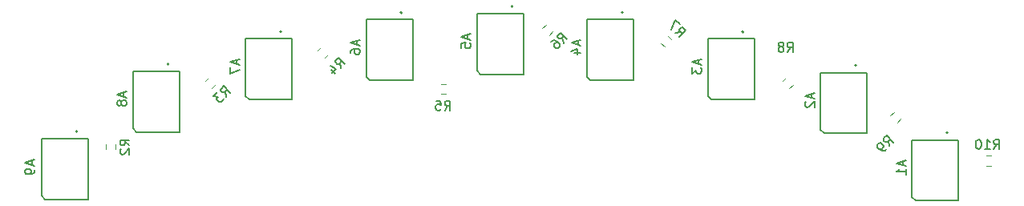
<source format=gbr>
%TF.GenerationSoftware,KiCad,Pcbnew,9.0.2*%
%TF.CreationDate,2025-06-19T21:36:48+05:30*%
%TF.ProjectId,line_follower,6c696e65-5f66-46f6-9c6c-6f7765722e6b,rev?*%
%TF.SameCoordinates,Original*%
%TF.FileFunction,Legend,Bot*%
%TF.FilePolarity,Positive*%
%FSLAX46Y46*%
G04 Gerber Fmt 4.6, Leading zero omitted, Abs format (unit mm)*
G04 Created by KiCad (PCBNEW 9.0.2) date 2025-06-19 21:36:48*
%MOMM*%
%LPD*%
G01*
G04 APERTURE LIST*
%ADD10C,0.150000*%
%ADD11C,0.120000*%
%ADD12C,0.127000*%
%ADD13C,0.200000*%
G04 APERTURE END LIST*
D10*
X188044057Y-85265419D02*
X188377390Y-84789228D01*
X188615485Y-85265419D02*
X188615485Y-84265419D01*
X188615485Y-84265419D02*
X188234533Y-84265419D01*
X188234533Y-84265419D02*
X188139295Y-84313038D01*
X188139295Y-84313038D02*
X188091676Y-84360657D01*
X188091676Y-84360657D02*
X188044057Y-84455895D01*
X188044057Y-84455895D02*
X188044057Y-84598752D01*
X188044057Y-84598752D02*
X188091676Y-84693990D01*
X188091676Y-84693990D02*
X188139295Y-84741609D01*
X188139295Y-84741609D02*
X188234533Y-84789228D01*
X188234533Y-84789228D02*
X188615485Y-84789228D01*
X187091676Y-85265419D02*
X187663104Y-85265419D01*
X187377390Y-85265419D02*
X187377390Y-84265419D01*
X187377390Y-84265419D02*
X187472628Y-84408276D01*
X187472628Y-84408276D02*
X187567866Y-84503514D01*
X187567866Y-84503514D02*
X187663104Y-84551133D01*
X186472628Y-84265419D02*
X186377390Y-84265419D01*
X186377390Y-84265419D02*
X186282152Y-84313038D01*
X186282152Y-84313038D02*
X186234533Y-84360657D01*
X186234533Y-84360657D02*
X186186914Y-84455895D01*
X186186914Y-84455895D02*
X186139295Y-84646371D01*
X186139295Y-84646371D02*
X186139295Y-84884466D01*
X186139295Y-84884466D02*
X186186914Y-85074942D01*
X186186914Y-85074942D02*
X186234533Y-85170180D01*
X186234533Y-85170180D02*
X186282152Y-85217800D01*
X186282152Y-85217800D02*
X186377390Y-85265419D01*
X186377390Y-85265419D02*
X186472628Y-85265419D01*
X186472628Y-85265419D02*
X186567866Y-85217800D01*
X186567866Y-85217800D02*
X186615485Y-85170180D01*
X186615485Y-85170180D02*
X186663104Y-85074942D01*
X186663104Y-85074942D02*
X186710723Y-84884466D01*
X186710723Y-84884466D02*
X186710723Y-84646371D01*
X186710723Y-84646371D02*
X186663104Y-84455895D01*
X186663104Y-84455895D02*
X186615485Y-84360657D01*
X186615485Y-84360657D02*
X186567866Y-84313038D01*
X186567866Y-84313038D02*
X186472628Y-84265419D01*
X177020256Y-84963554D02*
X176919241Y-84391135D01*
X177424317Y-84559493D02*
X176717210Y-83852387D01*
X176717210Y-83852387D02*
X176447836Y-84121761D01*
X176447836Y-84121761D02*
X176414164Y-84222776D01*
X176414164Y-84222776D02*
X176414164Y-84290119D01*
X176414164Y-84290119D02*
X176447836Y-84391135D01*
X176447836Y-84391135D02*
X176548851Y-84492150D01*
X176548851Y-84492150D02*
X176649867Y-84525822D01*
X176649867Y-84525822D02*
X176717210Y-84525822D01*
X176717210Y-84525822D02*
X176818225Y-84492150D01*
X176818225Y-84492150D02*
X177087599Y-84222776D01*
X176683538Y-85300272D02*
X176548851Y-85434959D01*
X176548851Y-85434959D02*
X176447836Y-85468631D01*
X176447836Y-85468631D02*
X176380493Y-85468631D01*
X176380493Y-85468631D02*
X176212134Y-85434959D01*
X176212134Y-85434959D02*
X176043775Y-85333944D01*
X176043775Y-85333944D02*
X175774401Y-85064570D01*
X175774401Y-85064570D02*
X175740729Y-84963554D01*
X175740729Y-84963554D02*
X175740729Y-84896211D01*
X175740729Y-84896211D02*
X175774401Y-84795196D01*
X175774401Y-84795196D02*
X175909088Y-84660509D01*
X175909088Y-84660509D02*
X176010103Y-84626837D01*
X176010103Y-84626837D02*
X176077447Y-84626837D01*
X176077447Y-84626837D02*
X176178462Y-84660509D01*
X176178462Y-84660509D02*
X176346821Y-84828867D01*
X176346821Y-84828867D02*
X176380493Y-84929883D01*
X176380493Y-84929883D02*
X176380493Y-84997226D01*
X176380493Y-84997226D02*
X176346821Y-85098241D01*
X176346821Y-85098241D02*
X176212134Y-85232928D01*
X176212134Y-85232928D02*
X176111119Y-85266600D01*
X176111119Y-85266600D02*
X176043775Y-85266600D01*
X176043775Y-85266600D02*
X175942760Y-85232928D01*
X120829162Y-73816313D02*
X120829162Y-74293588D01*
X121115527Y-73720858D02*
X120113251Y-74054950D01*
X120113251Y-74054950D02*
X121115527Y-74389042D01*
X120113251Y-75152682D02*
X120113251Y-74961772D01*
X120113251Y-74961772D02*
X120160978Y-74866317D01*
X120160978Y-74866317D02*
X120208706Y-74818590D01*
X120208706Y-74818590D02*
X120351888Y-74723135D01*
X120351888Y-74723135D02*
X120542798Y-74675407D01*
X120542798Y-74675407D02*
X120924617Y-74675407D01*
X120924617Y-74675407D02*
X121020072Y-74723135D01*
X121020072Y-74723135D02*
X121067800Y-74770862D01*
X121067800Y-74770862D02*
X121115527Y-74866317D01*
X121115527Y-74866317D02*
X121115527Y-75057227D01*
X121115527Y-75057227D02*
X121067800Y-75152682D01*
X121067800Y-75152682D02*
X121020072Y-75200409D01*
X121020072Y-75200409D02*
X120924617Y-75248136D01*
X120924617Y-75248136D02*
X120685980Y-75248136D01*
X120685980Y-75248136D02*
X120590525Y-75200409D01*
X120590525Y-75200409D02*
X120542798Y-75152682D01*
X120542798Y-75152682D02*
X120495070Y-75057227D01*
X120495070Y-75057227D02*
X120495070Y-74866317D01*
X120495070Y-74866317D02*
X120542798Y-74770862D01*
X120542798Y-74770862D02*
X120590525Y-74723135D01*
X120590525Y-74723135D02*
X120685980Y-74675407D01*
X108109162Y-75848313D02*
X108109162Y-76325588D01*
X108395527Y-75752858D02*
X107393251Y-76086950D01*
X107393251Y-76086950D02*
X108395527Y-76421042D01*
X107393251Y-76659680D02*
X107393251Y-77327864D01*
X107393251Y-77327864D02*
X108395527Y-76898317D01*
X142603256Y-74066954D02*
X142502241Y-73494535D01*
X143007317Y-73662893D02*
X142300210Y-72955787D01*
X142300210Y-72955787D02*
X142030836Y-73225161D01*
X142030836Y-73225161D02*
X141997164Y-73326176D01*
X141997164Y-73326176D02*
X141997164Y-73393519D01*
X141997164Y-73393519D02*
X142030836Y-73494535D01*
X142030836Y-73494535D02*
X142131851Y-73595550D01*
X142131851Y-73595550D02*
X142232867Y-73629222D01*
X142232867Y-73629222D02*
X142300210Y-73629222D01*
X142300210Y-73629222D02*
X142401225Y-73595550D01*
X142401225Y-73595550D02*
X142670599Y-73326176D01*
X141290058Y-73965939D02*
X141424745Y-73831252D01*
X141424745Y-73831252D02*
X141525760Y-73797580D01*
X141525760Y-73797580D02*
X141593103Y-73797580D01*
X141593103Y-73797580D02*
X141761462Y-73831252D01*
X141761462Y-73831252D02*
X141929821Y-73932267D01*
X141929821Y-73932267D02*
X142199195Y-74201641D01*
X142199195Y-74201641D02*
X142232867Y-74302657D01*
X142232867Y-74302657D02*
X142232867Y-74370000D01*
X142232867Y-74370000D02*
X142199195Y-74471015D01*
X142199195Y-74471015D02*
X142064508Y-74605702D01*
X142064508Y-74605702D02*
X141963493Y-74639374D01*
X141963493Y-74639374D02*
X141896149Y-74639374D01*
X141896149Y-74639374D02*
X141795134Y-74605702D01*
X141795134Y-74605702D02*
X141626775Y-74437344D01*
X141626775Y-74437344D02*
X141593103Y-74336328D01*
X141593103Y-74336328D02*
X141593103Y-74268985D01*
X141593103Y-74268985D02*
X141626775Y-74167970D01*
X141626775Y-74167970D02*
X141761462Y-74033283D01*
X141761462Y-74033283D02*
X141862477Y-73999611D01*
X141862477Y-73999611D02*
X141929821Y-73999611D01*
X141929821Y-73999611D02*
X142030836Y-74033283D01*
X96191162Y-79274313D02*
X96191162Y-79751588D01*
X96477527Y-79178858D02*
X95475251Y-79512950D01*
X95475251Y-79512950D02*
X96477527Y-79847042D01*
X95904798Y-80324317D02*
X95857070Y-80228862D01*
X95857070Y-80228862D02*
X95809343Y-80181135D01*
X95809343Y-80181135D02*
X95713888Y-80133407D01*
X95713888Y-80133407D02*
X95666161Y-80133407D01*
X95666161Y-80133407D02*
X95570706Y-80181135D01*
X95570706Y-80181135D02*
X95522978Y-80228862D01*
X95522978Y-80228862D02*
X95475251Y-80324317D01*
X95475251Y-80324317D02*
X95475251Y-80515227D01*
X95475251Y-80515227D02*
X95522978Y-80610682D01*
X95522978Y-80610682D02*
X95570706Y-80658409D01*
X95570706Y-80658409D02*
X95666161Y-80706136D01*
X95666161Y-80706136D02*
X95713888Y-80706136D01*
X95713888Y-80706136D02*
X95809343Y-80658409D01*
X95809343Y-80658409D02*
X95857070Y-80610682D01*
X95857070Y-80610682D02*
X95904798Y-80515227D01*
X95904798Y-80515227D02*
X95904798Y-80324317D01*
X95904798Y-80324317D02*
X95952525Y-80228862D01*
X95952525Y-80228862D02*
X96000253Y-80181135D01*
X96000253Y-80181135D02*
X96095708Y-80133407D01*
X96095708Y-80133407D02*
X96286617Y-80133407D01*
X96286617Y-80133407D02*
X96382072Y-80181135D01*
X96382072Y-80181135D02*
X96429800Y-80228862D01*
X96429800Y-80228862D02*
X96477527Y-80324317D01*
X96477527Y-80324317D02*
X96477527Y-80515227D01*
X96477527Y-80515227D02*
X96429800Y-80610682D01*
X96429800Y-80610682D02*
X96382072Y-80658409D01*
X96382072Y-80658409D02*
X96286617Y-80706136D01*
X96286617Y-80706136D02*
X96095708Y-80706136D01*
X96095708Y-80706136D02*
X96000253Y-80658409D01*
X96000253Y-80658409D02*
X95952525Y-80610682D01*
X95952525Y-80610682D02*
X95904798Y-80515227D01*
X144157162Y-73816313D02*
X144157162Y-74293588D01*
X144443527Y-73720858D02*
X143441251Y-74054950D01*
X143441251Y-74054950D02*
X144443527Y-74389042D01*
X143775343Y-75152682D02*
X144443527Y-75152682D01*
X143393524Y-74914044D02*
X144109435Y-74675407D01*
X144109435Y-74675407D02*
X144109435Y-75295864D01*
X107017856Y-79731154D02*
X106916841Y-79158735D01*
X107421917Y-79327093D02*
X106714810Y-78619987D01*
X106714810Y-78619987D02*
X106445436Y-78889361D01*
X106445436Y-78889361D02*
X106411764Y-78990376D01*
X106411764Y-78990376D02*
X106411764Y-79057719D01*
X106411764Y-79057719D02*
X106445436Y-79158735D01*
X106445436Y-79158735D02*
X106546451Y-79259750D01*
X106546451Y-79259750D02*
X106647467Y-79293422D01*
X106647467Y-79293422D02*
X106714810Y-79293422D01*
X106714810Y-79293422D02*
X106815825Y-79259750D01*
X106815825Y-79259750D02*
X107085199Y-78990376D01*
X106075047Y-79259750D02*
X105637314Y-79697483D01*
X105637314Y-79697483D02*
X106142390Y-79731154D01*
X106142390Y-79731154D02*
X106041375Y-79832170D01*
X106041375Y-79832170D02*
X106007703Y-79933185D01*
X106007703Y-79933185D02*
X106007703Y-80000528D01*
X106007703Y-80000528D02*
X106041375Y-80101544D01*
X106041375Y-80101544D02*
X106209734Y-80269902D01*
X106209734Y-80269902D02*
X106310749Y-80303574D01*
X106310749Y-80303574D02*
X106378093Y-80303574D01*
X106378093Y-80303574D02*
X106479108Y-80269902D01*
X106479108Y-80269902D02*
X106681138Y-80067872D01*
X106681138Y-80067872D02*
X106714810Y-79966857D01*
X106714810Y-79966857D02*
X106714810Y-79899513D01*
X168815162Y-79407313D02*
X168815162Y-79884588D01*
X169101527Y-79311858D02*
X168099251Y-79645950D01*
X168099251Y-79645950D02*
X169101527Y-79980042D01*
X168194706Y-80266407D02*
X168146978Y-80314135D01*
X168146978Y-80314135D02*
X168099251Y-80409590D01*
X168099251Y-80409590D02*
X168099251Y-80648227D01*
X168099251Y-80648227D02*
X168146978Y-80743682D01*
X168146978Y-80743682D02*
X168194706Y-80791409D01*
X168194706Y-80791409D02*
X168290161Y-80839136D01*
X168290161Y-80839136D02*
X168385616Y-80839136D01*
X168385616Y-80839136D02*
X168528798Y-80791409D01*
X168528798Y-80791409D02*
X169101527Y-80218680D01*
X169101527Y-80218680D02*
X169101527Y-80839136D01*
X178467162Y-86519313D02*
X178467162Y-86996588D01*
X178753527Y-86423858D02*
X177751251Y-86757950D01*
X177751251Y-86757950D02*
X178753527Y-87092042D01*
X178753527Y-87951136D02*
X178753527Y-87378407D01*
X178753527Y-87664772D02*
X177751251Y-87664772D01*
X177751251Y-87664772D02*
X177894433Y-87569317D01*
X177894433Y-87569317D02*
X177989888Y-87473862D01*
X177989888Y-87473862D02*
X178037616Y-87378407D01*
X86478707Y-86507688D02*
X86478707Y-86984963D01*
X86765072Y-86412233D02*
X85762796Y-86746325D01*
X85762796Y-86746325D02*
X86765072Y-87080417D01*
X86765072Y-87462237D02*
X86765072Y-87653147D01*
X86765072Y-87653147D02*
X86717345Y-87748602D01*
X86717345Y-87748602D02*
X86669617Y-87796329D01*
X86669617Y-87796329D02*
X86526435Y-87891784D01*
X86526435Y-87891784D02*
X86335525Y-87939511D01*
X86335525Y-87939511D02*
X85953706Y-87939511D01*
X85953706Y-87939511D02*
X85858251Y-87891784D01*
X85858251Y-87891784D02*
X85810523Y-87844057D01*
X85810523Y-87844057D02*
X85762796Y-87748602D01*
X85762796Y-87748602D02*
X85762796Y-87557692D01*
X85762796Y-87557692D02*
X85810523Y-87462237D01*
X85810523Y-87462237D02*
X85858251Y-87414510D01*
X85858251Y-87414510D02*
X85953706Y-87366782D01*
X85953706Y-87366782D02*
X86192343Y-87366782D01*
X86192343Y-87366782D02*
X86287798Y-87414510D01*
X86287798Y-87414510D02*
X86335525Y-87462237D01*
X86335525Y-87462237D02*
X86383253Y-87557692D01*
X86383253Y-87557692D02*
X86383253Y-87748602D01*
X86383253Y-87748602D02*
X86335525Y-87844057D01*
X86335525Y-87844057D02*
X86287798Y-87891784D01*
X86287798Y-87891784D02*
X86192343Y-87939511D01*
X154406045Y-73032656D02*
X154978464Y-72931641D01*
X154810106Y-73436717D02*
X155517212Y-72729610D01*
X155517212Y-72729610D02*
X155247838Y-72460236D01*
X155247838Y-72460236D02*
X155146823Y-72426564D01*
X155146823Y-72426564D02*
X155079480Y-72426564D01*
X155079480Y-72426564D02*
X154978464Y-72460236D01*
X154978464Y-72460236D02*
X154877449Y-72561251D01*
X154877449Y-72561251D02*
X154843777Y-72662267D01*
X154843777Y-72662267D02*
X154843777Y-72729610D01*
X154843777Y-72729610D02*
X154877449Y-72830625D01*
X154877449Y-72830625D02*
X155146823Y-73099999D01*
X154877449Y-72089847D02*
X154406045Y-71618442D01*
X154406045Y-71618442D02*
X154001984Y-72628595D01*
X96775119Y-84872533D02*
X96298928Y-84539200D01*
X96775119Y-84301105D02*
X95775119Y-84301105D01*
X95775119Y-84301105D02*
X95775119Y-84682057D01*
X95775119Y-84682057D02*
X95822738Y-84777295D01*
X95822738Y-84777295D02*
X95870357Y-84824914D01*
X95870357Y-84824914D02*
X95965595Y-84872533D01*
X95965595Y-84872533D02*
X96108452Y-84872533D01*
X96108452Y-84872533D02*
X96203690Y-84824914D01*
X96203690Y-84824914D02*
X96251309Y-84777295D01*
X96251309Y-84777295D02*
X96298928Y-84682057D01*
X96298928Y-84682057D02*
X96298928Y-84301105D01*
X95870357Y-85253486D02*
X95822738Y-85301105D01*
X95822738Y-85301105D02*
X95775119Y-85396343D01*
X95775119Y-85396343D02*
X95775119Y-85634438D01*
X95775119Y-85634438D02*
X95822738Y-85729676D01*
X95822738Y-85729676D02*
X95870357Y-85777295D01*
X95870357Y-85777295D02*
X95965595Y-85824914D01*
X95965595Y-85824914D02*
X96060833Y-85824914D01*
X96060833Y-85824914D02*
X96203690Y-85777295D01*
X96203690Y-85777295D02*
X96775119Y-85205867D01*
X96775119Y-85205867D02*
X96775119Y-85824914D01*
X130062266Y-81176019D02*
X130395599Y-80699828D01*
X130633694Y-81176019D02*
X130633694Y-80176019D01*
X130633694Y-80176019D02*
X130252742Y-80176019D01*
X130252742Y-80176019D02*
X130157504Y-80223638D01*
X130157504Y-80223638D02*
X130109885Y-80271257D01*
X130109885Y-80271257D02*
X130062266Y-80366495D01*
X130062266Y-80366495D02*
X130062266Y-80509352D01*
X130062266Y-80509352D02*
X130109885Y-80604590D01*
X130109885Y-80604590D02*
X130157504Y-80652209D01*
X130157504Y-80652209D02*
X130252742Y-80699828D01*
X130252742Y-80699828D02*
X130633694Y-80699828D01*
X129157504Y-80176019D02*
X129633694Y-80176019D01*
X129633694Y-80176019D02*
X129681313Y-80652209D01*
X129681313Y-80652209D02*
X129633694Y-80604590D01*
X129633694Y-80604590D02*
X129538456Y-80556971D01*
X129538456Y-80556971D02*
X129300361Y-80556971D01*
X129300361Y-80556971D02*
X129205123Y-80604590D01*
X129205123Y-80604590D02*
X129157504Y-80652209D01*
X129157504Y-80652209D02*
X129109885Y-80747447D01*
X129109885Y-80747447D02*
X129109885Y-80985542D01*
X129109885Y-80985542D02*
X129157504Y-81080780D01*
X129157504Y-81080780D02*
X129205123Y-81128400D01*
X129205123Y-81128400D02*
X129300361Y-81176019D01*
X129300361Y-81176019D02*
X129538456Y-81176019D01*
X129538456Y-81176019D02*
X129633694Y-81128400D01*
X129633694Y-81128400D02*
X129681313Y-81080780D01*
X166245720Y-75003819D02*
X166579053Y-74527628D01*
X166817148Y-75003819D02*
X166817148Y-74003819D01*
X166817148Y-74003819D02*
X166436196Y-74003819D01*
X166436196Y-74003819D02*
X166340958Y-74051438D01*
X166340958Y-74051438D02*
X166293339Y-74099057D01*
X166293339Y-74099057D02*
X166245720Y-74194295D01*
X166245720Y-74194295D02*
X166245720Y-74337152D01*
X166245720Y-74337152D02*
X166293339Y-74432390D01*
X166293339Y-74432390D02*
X166340958Y-74480009D01*
X166340958Y-74480009D02*
X166436196Y-74527628D01*
X166436196Y-74527628D02*
X166817148Y-74527628D01*
X165674291Y-74432390D02*
X165769529Y-74384771D01*
X165769529Y-74384771D02*
X165817148Y-74337152D01*
X165817148Y-74337152D02*
X165864767Y-74241914D01*
X165864767Y-74241914D02*
X165864767Y-74194295D01*
X165864767Y-74194295D02*
X165817148Y-74099057D01*
X165817148Y-74099057D02*
X165769529Y-74051438D01*
X165769529Y-74051438D02*
X165674291Y-74003819D01*
X165674291Y-74003819D02*
X165483815Y-74003819D01*
X165483815Y-74003819D02*
X165388577Y-74051438D01*
X165388577Y-74051438D02*
X165340958Y-74099057D01*
X165340958Y-74099057D02*
X165293339Y-74194295D01*
X165293339Y-74194295D02*
X165293339Y-74241914D01*
X165293339Y-74241914D02*
X165340958Y-74337152D01*
X165340958Y-74337152D02*
X165388577Y-74384771D01*
X165388577Y-74384771D02*
X165483815Y-74432390D01*
X165483815Y-74432390D02*
X165674291Y-74432390D01*
X165674291Y-74432390D02*
X165769529Y-74480009D01*
X165769529Y-74480009D02*
X165817148Y-74527628D01*
X165817148Y-74527628D02*
X165864767Y-74622866D01*
X165864767Y-74622866D02*
X165864767Y-74813342D01*
X165864767Y-74813342D02*
X165817148Y-74908580D01*
X165817148Y-74908580D02*
X165769529Y-74956200D01*
X165769529Y-74956200D02*
X165674291Y-75003819D01*
X165674291Y-75003819D02*
X165483815Y-75003819D01*
X165483815Y-75003819D02*
X165388577Y-74956200D01*
X165388577Y-74956200D02*
X165340958Y-74908580D01*
X165340958Y-74908580D02*
X165293339Y-74813342D01*
X165293339Y-74813342D02*
X165293339Y-74622866D01*
X165293339Y-74622866D02*
X165340958Y-74527628D01*
X165340958Y-74527628D02*
X165388577Y-74480009D01*
X165388577Y-74480009D02*
X165483815Y-74432390D01*
X119133656Y-76733954D02*
X119032641Y-76161535D01*
X119537717Y-76329893D02*
X118830610Y-75622787D01*
X118830610Y-75622787D02*
X118561236Y-75892161D01*
X118561236Y-75892161D02*
X118527564Y-75993176D01*
X118527564Y-75993176D02*
X118527564Y-76060519D01*
X118527564Y-76060519D02*
X118561236Y-76161535D01*
X118561236Y-76161535D02*
X118662251Y-76262550D01*
X118662251Y-76262550D02*
X118763267Y-76296222D01*
X118763267Y-76296222D02*
X118830610Y-76296222D01*
X118830610Y-76296222D02*
X118931625Y-76262550D01*
X118931625Y-76262550D02*
X119200999Y-75993176D01*
X118056160Y-76868641D02*
X118527564Y-77340046D01*
X117955145Y-76430909D02*
X118628580Y-76767626D01*
X118628580Y-76767626D02*
X118190847Y-77205359D01*
X156897162Y-75848313D02*
X156897162Y-76325588D01*
X157183527Y-75752858D02*
X156181251Y-76086950D01*
X156181251Y-76086950D02*
X157183527Y-76421042D01*
X156181251Y-76659680D02*
X156181251Y-77280136D01*
X156181251Y-77280136D02*
X156563070Y-76946044D01*
X156563070Y-76946044D02*
X156563070Y-77089227D01*
X156563070Y-77089227D02*
X156610798Y-77184682D01*
X156610798Y-77184682D02*
X156658525Y-77232409D01*
X156658525Y-77232409D02*
X156753980Y-77280136D01*
X156753980Y-77280136D02*
X156992617Y-77280136D01*
X156992617Y-77280136D02*
X157088072Y-77232409D01*
X157088072Y-77232409D02*
X157135800Y-77184682D01*
X157135800Y-77184682D02*
X157183527Y-77089227D01*
X157183527Y-77089227D02*
X157183527Y-76802862D01*
X157183527Y-76802862D02*
X157135800Y-76707407D01*
X157135800Y-76707407D02*
X157088072Y-76659680D01*
X132513162Y-73184313D02*
X132513162Y-73661588D01*
X132799527Y-73088858D02*
X131797251Y-73422950D01*
X131797251Y-73422950D02*
X132799527Y-73757042D01*
X131797251Y-74568409D02*
X131797251Y-74091135D01*
X131797251Y-74091135D02*
X132274525Y-74043407D01*
X132274525Y-74043407D02*
X132226798Y-74091135D01*
X132226798Y-74091135D02*
X132179070Y-74186590D01*
X132179070Y-74186590D02*
X132179070Y-74425227D01*
X132179070Y-74425227D02*
X132226798Y-74520682D01*
X132226798Y-74520682D02*
X132274525Y-74568409D01*
X132274525Y-74568409D02*
X132369980Y-74616136D01*
X132369980Y-74616136D02*
X132608617Y-74616136D01*
X132608617Y-74616136D02*
X132704072Y-74568409D01*
X132704072Y-74568409D02*
X132751800Y-74520682D01*
X132751800Y-74520682D02*
X132799527Y-74425227D01*
X132799527Y-74425227D02*
X132799527Y-74186590D01*
X132799527Y-74186590D02*
X132751800Y-74091135D01*
X132751800Y-74091135D02*
X132704072Y-74043407D01*
D11*
%TO.C,R10*%
X187782924Y-85989900D02*
X187273476Y-85989900D01*
X187782924Y-87034900D02*
X187273476Y-87034900D01*
%TO.C,R9*%
X177483654Y-81340020D02*
X177123420Y-81700254D01*
X178222580Y-82078946D02*
X177862346Y-82439180D01*
D12*
%TO.C,A6*%
X121776000Y-71600000D02*
X126676000Y-71600000D01*
X121776000Y-77650000D02*
X121776000Y-71600000D01*
X122126000Y-78000000D02*
X121776000Y-77650000D01*
X126676000Y-71600000D02*
X126676000Y-78000000D01*
X126676000Y-78000000D02*
X122126000Y-78000000D01*
D13*
X125576000Y-70850000D02*
G75*
G02*
X125376000Y-70850000I-100000J0D01*
G01*
X125376000Y-70850000D02*
G75*
G02*
X125576000Y-70850000I100000J0D01*
G01*
D12*
%TO.C,A7*%
X109056000Y-73632000D02*
X113956000Y-73632000D01*
X109056000Y-79682000D02*
X109056000Y-73632000D01*
X109406000Y-80032000D02*
X109056000Y-79682000D01*
X113956000Y-73632000D02*
X113956000Y-80032000D01*
X113956000Y-80032000D02*
X109406000Y-80032000D01*
D13*
X112856000Y-72882000D02*
G75*
G02*
X112656000Y-72882000I-100000J0D01*
G01*
X112656000Y-72882000D02*
G75*
G02*
X112856000Y-72882000I100000J0D01*
G01*
D11*
%TO.C,R6*%
X140729854Y-72119820D02*
X140369620Y-72480054D01*
X141468780Y-72858746D02*
X141108546Y-73218980D01*
D12*
%TO.C,A8*%
X97138000Y-77058000D02*
X102038000Y-77058000D01*
X97138000Y-83108000D02*
X97138000Y-77058000D01*
X97488000Y-83458000D02*
X97138000Y-83108000D01*
X102038000Y-77058000D02*
X102038000Y-83458000D01*
X102038000Y-83458000D02*
X97488000Y-83458000D01*
D13*
X100938000Y-76308000D02*
G75*
G02*
X100738000Y-76308000I-100000J0D01*
G01*
X100738000Y-76308000D02*
G75*
G02*
X100938000Y-76308000I100000J0D01*
G01*
D12*
%TO.C,A4*%
X145104000Y-71600000D02*
X150004000Y-71600000D01*
X145104000Y-77650000D02*
X145104000Y-71600000D01*
X145454000Y-78000000D02*
X145104000Y-77650000D01*
X150004000Y-71600000D02*
X150004000Y-78000000D01*
X150004000Y-78000000D02*
X145454000Y-78000000D01*
D13*
X148904000Y-70850000D02*
G75*
G02*
X148704000Y-70850000I-100000J0D01*
G01*
X148704000Y-70850000D02*
G75*
G02*
X148904000Y-70850000I100000J0D01*
G01*
D11*
%TO.C,R3*%
X105119054Y-77707820D02*
X104758820Y-78068054D01*
X105857980Y-78446746D02*
X105497746Y-78806980D01*
D12*
%TO.C,A2*%
X169762000Y-77191000D02*
X174662000Y-77191000D01*
X169762000Y-83241000D02*
X169762000Y-77191000D01*
X170112000Y-83591000D02*
X169762000Y-83241000D01*
X174662000Y-77191000D02*
X174662000Y-83591000D01*
X174662000Y-83591000D02*
X170112000Y-83591000D01*
D13*
X173562000Y-76441000D02*
G75*
G02*
X173362000Y-76441000I-100000J0D01*
G01*
X173362000Y-76441000D02*
G75*
G02*
X173562000Y-76441000I100000J0D01*
G01*
D12*
%TO.C,A1*%
X179414000Y-84303000D02*
X184314000Y-84303000D01*
X179414000Y-90353000D02*
X179414000Y-84303000D01*
X179764000Y-90703000D02*
X179414000Y-90353000D01*
X184314000Y-84303000D02*
X184314000Y-90703000D01*
X184314000Y-90703000D02*
X179764000Y-90703000D01*
D13*
X183214000Y-83553000D02*
G75*
G02*
X183014000Y-83553000I-100000J0D01*
G01*
X183014000Y-83553000D02*
G75*
G02*
X183214000Y-83553000I100000J0D01*
G01*
D12*
%TO.C,A9*%
X87486000Y-84170000D02*
X92386000Y-84170000D01*
X87486000Y-90220000D02*
X87486000Y-84170000D01*
X87836000Y-90570000D02*
X87486000Y-90220000D01*
X92386000Y-84170000D02*
X92386000Y-90570000D01*
X92386000Y-90570000D02*
X87836000Y-90570000D01*
D13*
X91286000Y-83420000D02*
G75*
G02*
X91086000Y-83420000I-100000J0D01*
G01*
X91086000Y-83420000D02*
G75*
G02*
X91286000Y-83420000I100000J0D01*
G01*
D11*
%TO.C,R7*%
X153277454Y-74438180D02*
X152917220Y-74077946D01*
X154016380Y-73699254D02*
X153656146Y-73339020D01*
%TO.C,R2*%
X94270300Y-84784476D02*
X94270300Y-85293924D01*
X95315300Y-84784476D02*
X95315300Y-85293924D01*
%TO.C,R5*%
X130150324Y-78420700D02*
X129640876Y-78420700D01*
X130150324Y-79465700D02*
X129640876Y-79465700D01*
%TO.C,R8*%
X166079054Y-77758620D02*
X165718820Y-78118854D01*
X166817980Y-78497546D02*
X166457746Y-78857780D01*
%TO.C,R4*%
X117006254Y-74532820D02*
X116646020Y-74893054D01*
X117745180Y-75271746D02*
X117384946Y-75631980D01*
D12*
%TO.C,A3*%
X157844000Y-73632000D02*
X162744000Y-73632000D01*
X157844000Y-79682000D02*
X157844000Y-73632000D01*
X158194000Y-80032000D02*
X157844000Y-79682000D01*
X162744000Y-73632000D02*
X162744000Y-80032000D01*
X162744000Y-80032000D02*
X158194000Y-80032000D01*
D13*
X161644000Y-72882000D02*
G75*
G02*
X161444000Y-72882000I-100000J0D01*
G01*
X161444000Y-72882000D02*
G75*
G02*
X161644000Y-72882000I100000J0D01*
G01*
D12*
%TO.C,A5*%
X133460000Y-70968000D02*
X138360000Y-70968000D01*
X133460000Y-77018000D02*
X133460000Y-70968000D01*
X133810000Y-77368000D02*
X133460000Y-77018000D01*
X138360000Y-70968000D02*
X138360000Y-77368000D01*
X138360000Y-77368000D02*
X133810000Y-77368000D01*
D13*
X137260000Y-70218000D02*
G75*
G02*
X137060000Y-70218000I-100000J0D01*
G01*
X137060000Y-70218000D02*
G75*
G02*
X137260000Y-70218000I100000J0D01*
G01*
%TD*%
M02*

</source>
